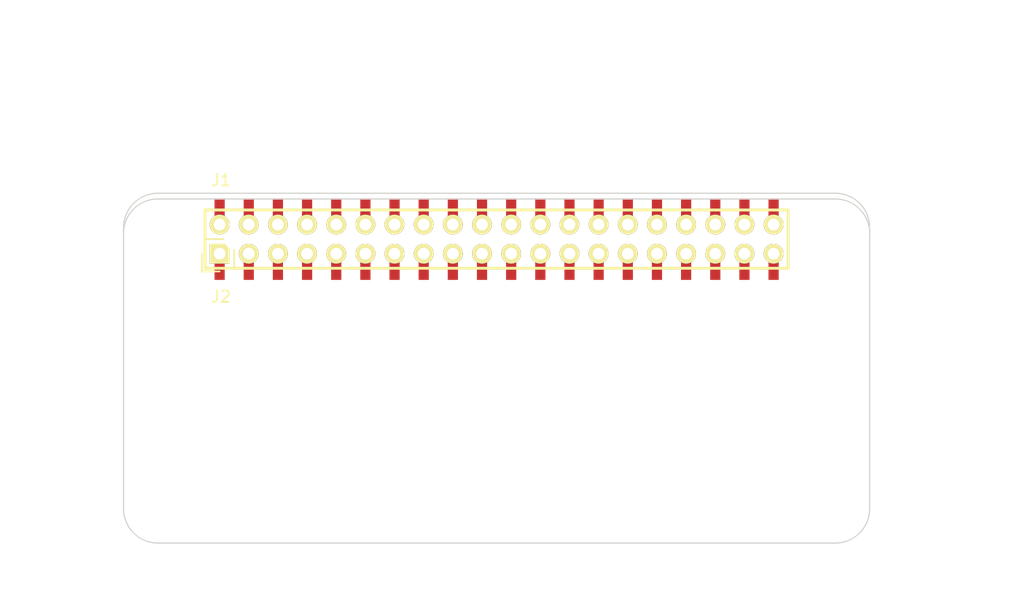
<source format=kicad_pcb>
(kicad_pcb (version 20171130) (host pcbnew "(5.0.0-3-g0214c9d)")

  (general
    (thickness 1.6)
    (drawings 20)
    (tracks 0)
    (zones 0)
    (modules 6)
    (nets 81)
  )

  (page A4)
  (layers
    (0 F.Cu signal)
    (31 B.Cu signal)
    (34 B.Paste user)
    (35 F.Paste user)
    (36 B.SilkS user)
    (37 F.SilkS user)
    (38 B.Mask user)
    (39 F.Mask user)
    (40 Dwgs.User user)
    (41 Cmts.User user)
    (44 Edge.Cuts user)
    (48 B.Fab user)
    (49 F.Fab user)
  )

  (setup
    (last_trace_width 0.25)
    (user_trace_width 0.01)
    (user_trace_width 0.02)
    (user_trace_width 0.05)
    (user_trace_width 0.1)
    (user_trace_width 0.2)
    (trace_clearance 0.2)
    (zone_clearance 0.508)
    (zone_45_only no)
    (trace_min 0.01)
    (segment_width 0.2)
    (edge_width 0.1)
    (via_size 0.6)
    (via_drill 0.4)
    (via_min_size 0.4)
    (via_min_drill 0.3)
    (uvia_size 0.3)
    (uvia_drill 0.1)
    (uvias_allowed no)
    (uvia_min_size 0.2)
    (uvia_min_drill 0.1)
    (pcb_text_width 0.3)
    (pcb_text_size 1.5 1.5)
    (mod_edge_width 0.15)
    (mod_text_size 1 1)
    (mod_text_width 0.15)
    (pad_size 2.75 2.75)
    (pad_drill 2.75)
    (pad_to_mask_clearance 0)
    (aux_axis_origin 0 0)
    (visible_elements 7FFFFFFF)
    (pcbplotparams
      (layerselection 0x01330_80000001)
      (usegerberextensions false)
      (usegerberattributes false)
      (usegerberadvancedattributes false)
      (creategerberjobfile false)
      (excludeedgelayer true)
      (linewidth 0.100000)
      (plotframeref false)
      (viasonmask false)
      (mode 1)
      (useauxorigin false)
      (hpglpennumber 1)
      (hpglpenspeed 20)
      (hpglpendiameter 15.000000)
      (psnegative false)
      (psa4output false)
      (plotreference true)
      (plotvalue true)
      (plotinvisibletext false)
      (padsonsilk false)
      (subtractmaskfromsilk false)
      (outputformat 4)
      (mirror false)
      (drillshape 2)
      (scaleselection 1)
      (outputdirectory "meta/"))
  )

  (net 0 "")
  (net 1 "Net-(J1-Pad34)")
  (net 2 "Net-(J1-Pad36)")
  (net 3 "Net-(J1-Pad40)")
  (net 4 "Net-(J1-Pad38)")
  (net 5 "Net-(J1-Pad18)")
  (net 6 "Net-(J1-Pad20)")
  (net 7 "Net-(J1-Pad24)")
  (net 8 "Net-(J1-Pad22)")
  (net 9 "Net-(J1-Pad30)")
  (net 10 "Net-(J1-Pad32)")
  (net 11 "Net-(J1-Pad28)")
  (net 12 "Net-(J1-Pad26)")
  (net 13 "Net-(J1-Pad10)")
  (net 14 "Net-(J1-Pad12)")
  (net 15 "Net-(J1-Pad16)")
  (net 16 "Net-(J1-Pad14)")
  (net 17 "Net-(J1-Pad6)")
  (net 18 "Net-(J1-Pad8)")
  (net 19 "Net-(J1-Pad4)")
  (net 20 "Net-(J1-Pad2)")
  (net 21 "Net-(J1-Pad39)")
  (net 22 "Net-(J1-Pad37)")
  (net 23 "Net-(J1-Pad33)")
  (net 24 "Net-(J1-Pad35)")
  (net 25 "Net-(J1-Pad27)")
  (net 26 "Net-(J1-Pad25)")
  (net 27 "Net-(J1-Pad29)")
  (net 28 "Net-(J1-Pad31)")
  (net 29 "Net-(J1-Pad23)")
  (net 30 "Net-(J1-Pad21)")
  (net 31 "Net-(J1-Pad17)")
  (net 32 "Net-(J1-Pad19)")
  (net 33 "Net-(J1-Pad3)")
  (net 34 "Net-(J1-Pad1)")
  (net 35 "Net-(J1-Pad5)")
  (net 36 "Net-(J1-Pad7)")
  (net 37 "Net-(J1-Pad15)")
  (net 38 "Net-(J1-Pad13)")
  (net 39 "Net-(J1-Pad9)")
  (net 40 "Net-(J1-Pad11)")
  (net 41 "Net-(J2-Pad1)")
  (net 42 "Net-(J2-Pad2)")
  (net 43 "Net-(J2-Pad3)")
  (net 44 "Net-(J2-Pad4)")
  (net 45 "Net-(J2-Pad5)")
  (net 46 "Net-(J2-Pad6)")
  (net 47 "Net-(J2-Pad7)")
  (net 48 "Net-(J2-Pad8)")
  (net 49 "Net-(J2-Pad9)")
  (net 50 "Net-(J2-Pad10)")
  (net 51 "Net-(J2-Pad11)")
  (net 52 "Net-(J2-Pad12)")
  (net 53 "Net-(J2-Pad13)")
  (net 54 "Net-(J2-Pad14)")
  (net 55 "Net-(J2-Pad15)")
  (net 56 "Net-(J2-Pad16)")
  (net 57 "Net-(J2-Pad17)")
  (net 58 "Net-(J2-Pad18)")
  (net 59 "Net-(J2-Pad19)")
  (net 60 "Net-(J2-Pad20)")
  (net 61 "Net-(J2-Pad21)")
  (net 62 "Net-(J2-Pad22)")
  (net 63 "Net-(J2-Pad23)")
  (net 64 "Net-(J2-Pad24)")
  (net 65 "Net-(J2-Pad25)")
  (net 66 "Net-(J2-Pad26)")
  (net 67 "Net-(J2-Pad27)")
  (net 68 "Net-(J2-Pad28)")
  (net 69 "Net-(J2-Pad29)")
  (net 70 "Net-(J2-Pad30)")
  (net 71 "Net-(J2-Pad31)")
  (net 72 "Net-(J2-Pad32)")
  (net 73 "Net-(J2-Pad33)")
  (net 74 "Net-(J2-Pad34)")
  (net 75 "Net-(J2-Pad35)")
  (net 76 "Net-(J2-Pad36)")
  (net 77 "Net-(J2-Pad37)")
  (net 78 "Net-(J2-Pad38)")
  (net 79 "Net-(J2-Pad39)")
  (net 80 "Net-(J2-Pad40)")

  (net_class Default "This is the default net class."
    (clearance 0.2)
    (trace_width 0.25)
    (via_dia 0.6)
    (via_drill 0.4)
    (uvia_dia 0.3)
    (uvia_drill 0.1)
    (add_net "Net-(J1-Pad1)")
    (add_net "Net-(J1-Pad10)")
    (add_net "Net-(J1-Pad11)")
    (add_net "Net-(J1-Pad12)")
    (add_net "Net-(J1-Pad13)")
    (add_net "Net-(J1-Pad14)")
    (add_net "Net-(J1-Pad15)")
    (add_net "Net-(J1-Pad16)")
    (add_net "Net-(J1-Pad17)")
    (add_net "Net-(J1-Pad18)")
    (add_net "Net-(J1-Pad19)")
    (add_net "Net-(J1-Pad2)")
    (add_net "Net-(J1-Pad20)")
    (add_net "Net-(J1-Pad21)")
    (add_net "Net-(J1-Pad22)")
    (add_net "Net-(J1-Pad23)")
    (add_net "Net-(J1-Pad24)")
    (add_net "Net-(J1-Pad25)")
    (add_net "Net-(J1-Pad26)")
    (add_net "Net-(J1-Pad27)")
    (add_net "Net-(J1-Pad28)")
    (add_net "Net-(J1-Pad29)")
    (add_net "Net-(J1-Pad3)")
    (add_net "Net-(J1-Pad30)")
    (add_net "Net-(J1-Pad31)")
    (add_net "Net-(J1-Pad32)")
    (add_net "Net-(J1-Pad33)")
    (add_net "Net-(J1-Pad34)")
    (add_net "Net-(J1-Pad35)")
    (add_net "Net-(J1-Pad36)")
    (add_net "Net-(J1-Pad37)")
    (add_net "Net-(J1-Pad38)")
    (add_net "Net-(J1-Pad39)")
    (add_net "Net-(J1-Pad4)")
    (add_net "Net-(J1-Pad40)")
    (add_net "Net-(J1-Pad5)")
    (add_net "Net-(J1-Pad6)")
    (add_net "Net-(J1-Pad7)")
    (add_net "Net-(J1-Pad8)")
    (add_net "Net-(J1-Pad9)")
    (add_net "Net-(J2-Pad1)")
    (add_net "Net-(J2-Pad10)")
    (add_net "Net-(J2-Pad11)")
    (add_net "Net-(J2-Pad12)")
    (add_net "Net-(J2-Pad13)")
    (add_net "Net-(J2-Pad14)")
    (add_net "Net-(J2-Pad15)")
    (add_net "Net-(J2-Pad16)")
    (add_net "Net-(J2-Pad17)")
    (add_net "Net-(J2-Pad18)")
    (add_net "Net-(J2-Pad19)")
    (add_net "Net-(J2-Pad2)")
    (add_net "Net-(J2-Pad20)")
    (add_net "Net-(J2-Pad21)")
    (add_net "Net-(J2-Pad22)")
    (add_net "Net-(J2-Pad23)")
    (add_net "Net-(J2-Pad24)")
    (add_net "Net-(J2-Pad25)")
    (add_net "Net-(J2-Pad26)")
    (add_net "Net-(J2-Pad27)")
    (add_net "Net-(J2-Pad28)")
    (add_net "Net-(J2-Pad29)")
    (add_net "Net-(J2-Pad3)")
    (add_net "Net-(J2-Pad30)")
    (add_net "Net-(J2-Pad31)")
    (add_net "Net-(J2-Pad32)")
    (add_net "Net-(J2-Pad33)")
    (add_net "Net-(J2-Pad34)")
    (add_net "Net-(J2-Pad35)")
    (add_net "Net-(J2-Pad36)")
    (add_net "Net-(J2-Pad37)")
    (add_net "Net-(J2-Pad38)")
    (add_net "Net-(J2-Pad39)")
    (add_net "Net-(J2-Pad4)")
    (add_net "Net-(J2-Pad40)")
    (add_net "Net-(J2-Pad5)")
    (add_net "Net-(J2-Pad6)")
    (add_net "Net-(J2-Pad7)")
    (add_net "Net-(J2-Pad8)")
    (add_net "Net-(J2-Pad9)")
  )

  (module RPi_Hat:RPi_Hat_Mounting_Hole locked (layer F.Cu) (tedit 55217CCB) (tstamp 58B743A7)
    (at 16 51)
    (descr "Mounting hole, Befestigungsbohrung, 2,7mm, No Annular, Kein Restring,")
    (tags "Mounting hole, Befestigungsbohrung, 2,7mm, No Annular, Kein Restring,")
    (fp_text reference "" (at 0 -4.0005) (layer F.SilkS) hide
      (effects (font (size 1 1) (thickness 0.15)))
    )
    (fp_text value "" (at 0.09906 3.59918) (layer F.Fab) hide
      (effects (font (size 1 1) (thickness 0.15)))
    )
    (fp_circle (center 0 0) (end 1.375 0) (layer F.Fab) (width 0.15))
    (fp_circle (center 0 0) (end 3.1 0) (layer F.Fab) (width 0.15))
    (fp_circle (center 0 0) (end 3.1 0) (layer B.Fab) (width 0.15))
    (fp_circle (center 0 0) (end 1.375 0) (layer B.Fab) (width 0.15))
    (fp_circle (center 0 0) (end 3.1 0) (layer F.CrtYd) (width 0.15))
    (fp_circle (center 0 0) (end 3.1 0) (layer B.CrtYd) (width 0.15))
    (pad "" np_thru_hole circle (at 0 0) (size 2.75 2.75) (drill 2.75) (layers *.Cu *.Mask)
      (solder_mask_margin 1.725) (clearance 1.725))
  )

  (module RPi_Hat:Pin_Header_Straight_2x20 (layer F.Cu) (tedit 5B55D3FA) (tstamp 5B55D6D3)
    (at 45 28 90)
    (descr "Through hole pin header")
    (tags "pin header")
    (path /5515D395/5516AE26)
    (fp_text reference J2 (at -5.02 -24) (layer F.SilkS)
      (effects (font (size 1 1) (thickness 0.15)))
    )
    (fp_text value RPi_GPIO (at -5.08 0 180) (layer F.Fab) hide
      (effects (font (size 1 1) (thickness 0.15)))
    )
    (fp_line (start -3.02 -25.88) (end -3.02 25.92) (layer F.CrtYd) (width 0.05))
    (fp_line (start 3.03 -25.88) (end 3.03 25.92) (layer F.CrtYd) (width 0.05))
    (fp_line (start -3.02 -25.88) (end 3.03 -25.88) (layer F.CrtYd) (width 0.05))
    (fp_line (start -3.02 25.92) (end 3.03 25.92) (layer F.CrtYd) (width 0.05))
    (fp_line (start 2.54 25.4) (end 2.54 -25.4) (layer F.SilkS) (width 0.15))
    (fp_line (start -2.54 -22.86) (end -2.54 25.4) (layer F.SilkS) (width 0.15))
    (fp_line (start 2.54 25.4) (end -2.54 25.4) (layer F.SilkS) (width 0.15))
    (fp_line (start 2.54 -25.4) (end 0 -25.4) (layer F.SilkS) (width 0.15))
    (fp_line (start -1.27 -25.68) (end -2.82 -25.68) (layer F.SilkS) (width 0.15))
    (fp_line (start 0 -25.4) (end 0 -22.86) (layer F.SilkS) (width 0.15))
    (fp_line (start 0 -22.86) (end -2.54 -22.86) (layer F.SilkS) (width 0.15))
    (fp_line (start -2.82 -25.68) (end -2.82 -24.13) (layer F.SilkS) (width 0.15))
    (pad 1 thru_hole rect (at -1.27 -24.13 90) (size 1.7272 1.7272) (drill 1.016) (layers *.Cu *.Mask F.SilkS)
      (net 41 "Net-(J2-Pad1)"))
    (pad 2 thru_hole oval (at 1.27 -24.13 90) (size 1.7272 1.7272) (drill 1.016) (layers *.Cu *.Mask F.SilkS)
      (net 42 "Net-(J2-Pad2)"))
    (pad 3 thru_hole oval (at -1.27 -21.59 90) (size 1.7272 1.7272) (drill 1.016) (layers *.Cu *.Mask F.SilkS)
      (net 43 "Net-(J2-Pad3)"))
    (pad 4 thru_hole oval (at 1.27 -21.59 90) (size 1.7272 1.7272) (drill 1.016) (layers *.Cu *.Mask F.SilkS)
      (net 44 "Net-(J2-Pad4)"))
    (pad 5 thru_hole oval (at -1.27 -19.05 90) (size 1.7272 1.7272) (drill 1.016) (layers *.Cu *.Mask F.SilkS)
      (net 45 "Net-(J2-Pad5)"))
    (pad 6 thru_hole oval (at 1.27 -19.05 90) (size 1.7272 1.7272) (drill 1.016) (layers *.Cu *.Mask F.SilkS)
      (net 46 "Net-(J2-Pad6)"))
    (pad 7 thru_hole oval (at -1.27 -16.51 90) (size 1.7272 1.7272) (drill 1.016) (layers *.Cu *.Mask F.SilkS)
      (net 47 "Net-(J2-Pad7)"))
    (pad 8 thru_hole oval (at 1.27 -16.51 90) (size 1.7272 1.7272) (drill 1.016) (layers *.Cu *.Mask F.SilkS)
      (net 48 "Net-(J2-Pad8)"))
    (pad 9 thru_hole oval (at -1.27 -13.97 90) (size 1.7272 1.7272) (drill 1.016) (layers *.Cu *.Mask F.SilkS)
      (net 49 "Net-(J2-Pad9)"))
    (pad 10 thru_hole oval (at 1.27 -13.97 90) (size 1.7272 1.7272) (drill 1.016) (layers *.Cu *.Mask F.SilkS)
      (net 50 "Net-(J2-Pad10)"))
    (pad 11 thru_hole oval (at -1.27 -11.43 90) (size 1.7272 1.7272) (drill 1.016) (layers *.Cu *.Mask F.SilkS)
      (net 51 "Net-(J2-Pad11)"))
    (pad 12 thru_hole oval (at 1.27 -11.43 90) (size 1.7272 1.7272) (drill 1.016) (layers *.Cu *.Mask F.SilkS)
      (net 52 "Net-(J2-Pad12)"))
    (pad 13 thru_hole oval (at -1.27 -8.89 90) (size 1.7272 1.7272) (drill 1.016) (layers *.Cu *.Mask F.SilkS)
      (net 53 "Net-(J2-Pad13)"))
    (pad 14 thru_hole oval (at 1.27 -8.89 90) (size 1.7272 1.7272) (drill 1.016) (layers *.Cu *.Mask F.SilkS)
      (net 54 "Net-(J2-Pad14)"))
    (pad 15 thru_hole oval (at -1.27 -6.35 90) (size 1.7272 1.7272) (drill 1.016) (layers *.Cu *.Mask F.SilkS)
      (net 55 "Net-(J2-Pad15)"))
    (pad 16 thru_hole oval (at 1.27 -6.35 90) (size 1.7272 1.7272) (drill 1.016) (layers *.Cu *.Mask F.SilkS)
      (net 56 "Net-(J2-Pad16)"))
    (pad 17 thru_hole oval (at -1.27 -3.81 90) (size 1.7272 1.7272) (drill 1.016) (layers *.Cu *.Mask F.SilkS)
      (net 57 "Net-(J2-Pad17)"))
    (pad 18 thru_hole oval (at 1.27 -3.81 90) (size 1.7272 1.7272) (drill 1.016) (layers *.Cu *.Mask F.SilkS)
      (net 58 "Net-(J2-Pad18)"))
    (pad 19 thru_hole oval (at -1.27 -1.27 90) (size 1.7272 1.7272) (drill 1.016) (layers *.Cu *.Mask F.SilkS)
      (net 59 "Net-(J2-Pad19)"))
    (pad 20 thru_hole oval (at 1.27 -1.27 90) (size 1.7272 1.7272) (drill 1.016) (layers *.Cu *.Mask F.SilkS)
      (net 60 "Net-(J2-Pad20)"))
    (pad 21 thru_hole oval (at -1.27 1.27 90) (size 1.7272 1.7272) (drill 1.016) (layers *.Cu *.Mask F.SilkS)
      (net 61 "Net-(J2-Pad21)"))
    (pad 22 thru_hole oval (at 1.27 1.27 90) (size 1.7272 1.7272) (drill 1.016) (layers *.Cu *.Mask F.SilkS)
      (net 62 "Net-(J2-Pad22)"))
    (pad 23 thru_hole oval (at -1.27 3.81 90) (size 1.7272 1.7272) (drill 1.016) (layers *.Cu *.Mask F.SilkS)
      (net 63 "Net-(J2-Pad23)"))
    (pad 24 thru_hole oval (at 1.27 3.81 90) (size 1.7272 1.7272) (drill 1.016) (layers *.Cu *.Mask F.SilkS)
      (net 64 "Net-(J2-Pad24)"))
    (pad 25 thru_hole oval (at -1.27 6.35 90) (size 1.7272 1.7272) (drill 1.016) (layers *.Cu *.Mask F.SilkS)
      (net 65 "Net-(J2-Pad25)"))
    (pad 26 thru_hole oval (at 1.27 6.35 90) (size 1.7272 1.7272) (drill 1.016) (layers *.Cu *.Mask F.SilkS)
      (net 66 "Net-(J2-Pad26)"))
    (pad 27 thru_hole oval (at -1.27 8.89 90) (size 1.7272 1.7272) (drill 1.016) (layers *.Cu *.Mask F.SilkS)
      (net 67 "Net-(J2-Pad27)"))
    (pad 28 thru_hole oval (at 1.27 8.89 90) (size 1.7272 1.7272) (drill 1.016) (layers *.Cu *.Mask F.SilkS)
      (net 68 "Net-(J2-Pad28)"))
    (pad 29 thru_hole oval (at -1.27 11.43 90) (size 1.7272 1.7272) (drill 1.016) (layers *.Cu *.Mask F.SilkS)
      (net 69 "Net-(J2-Pad29)"))
    (pad 30 thru_hole oval (at 1.27 11.43 90) (size 1.7272 1.7272) (drill 1.016) (layers *.Cu *.Mask F.SilkS)
      (net 70 "Net-(J2-Pad30)"))
    (pad 31 thru_hole oval (at -1.27 13.97 90) (size 1.7272 1.7272) (drill 1.016) (layers *.Cu *.Mask F.SilkS)
      (net 71 "Net-(J2-Pad31)"))
    (pad 32 thru_hole oval (at 1.27 13.97 90) (size 1.7272 1.7272) (drill 1.016) (layers *.Cu *.Mask F.SilkS)
      (net 72 "Net-(J2-Pad32)"))
    (pad 33 thru_hole oval (at -1.27 16.51 90) (size 1.7272 1.7272) (drill 1.016) (layers *.Cu *.Mask F.SilkS)
      (net 73 "Net-(J2-Pad33)"))
    (pad 34 thru_hole oval (at 1.27 16.51 90) (size 1.7272 1.7272) (drill 1.016) (layers *.Cu *.Mask F.SilkS)
      (net 74 "Net-(J2-Pad34)"))
    (pad 35 thru_hole oval (at -1.27 19.05 90) (size 1.7272 1.7272) (drill 1.016) (layers *.Cu *.Mask F.SilkS)
      (net 75 "Net-(J2-Pad35)"))
    (pad 36 thru_hole oval (at 1.27 19.05 90) (size 1.7272 1.7272) (drill 1.016) (layers *.Cu *.Mask F.SilkS)
      (net 76 "Net-(J2-Pad36)"))
    (pad 37 thru_hole oval (at -1.27 21.59 90) (size 1.7272 1.7272) (drill 1.016) (layers *.Cu *.Mask F.SilkS)
      (net 77 "Net-(J2-Pad37)"))
    (pad 38 thru_hole oval (at 1.27 21.59 90) (size 1.7272 1.7272) (drill 1.016) (layers *.Cu *.Mask F.SilkS)
      (net 78 "Net-(J2-Pad38)"))
    (pad 39 thru_hole oval (at -1.27 24.13 90) (size 1.7272 1.7272) (drill 1.016) (layers *.Cu *.Mask F.SilkS)
      (net 79 "Net-(J2-Pad39)"))
    (pad 40 thru_hole oval (at 1.27 24.13 90) (size 1.7272 1.7272) (drill 1.016) (layers *.Cu *.Mask F.SilkS)
      (net 80 "Net-(J2-Pad40)"))
    (model ${KISYS3DMOD}/Connector_PinHeader_2.54mm.3dshapes/PinHeader_2x20_P2.54mm_Vertical.wrl
      (offset (xyz -1.269999980926514 24.12999963760376 0))
      (scale (xyz 1 1 1))
      (rotate (xyz 0 0 0))
    )
  )

  (module RPi_Hat:Samtec_HLE-120-02-XXX-DV-BE-XX-XX locked (layer F.Cu) (tedit 58B8773E) (tstamp 55174A29)
    (at 45 28 90)
    (path /5515D395/5515D39E)
    (fp_text reference J1 (at 5.14 -24 180) (layer F.SilkS)
      (effects (font (size 1 1) (thickness 0.15)))
    )
    (fp_text value RPi_GPIO (at 5.08 0 180) (layer F.Fab)
      (effects (font (size 1 1) (thickness 0.15)))
    )
    (fp_line (start 2.54 25.4) (end -2.54 25.4) (layer F.SilkS) (width 0.254))
    (fp_line (start -2.54 25.4) (end -2.54 -25.4) (layer F.SilkS) (width 0.254))
    (fp_line (start -2.54 -25.4) (end 2.54 -25.4) (layer F.SilkS) (width 0.254))
    (fp_line (start 2.54 -25.4) (end 2.54 25.4) (layer F.SilkS) (width 0.254))
    (pad 34 smd rect (at 2.7178 16.51 180) (size 0.889 1.6764) (layers F.Cu F.Paste F.Mask)
      (net 1 "Net-(J1-Pad34)"))
    (pad 36 smd rect (at 2.7178 19.05 180) (size 0.889 1.6764) (layers F.Cu F.Paste F.Mask)
      (net 2 "Net-(J1-Pad36)"))
    (pad 40 smd rect (at 2.7178 24.13 180) (size 0.889 1.6764) (layers F.Cu F.Paste F.Mask)
      (net 3 "Net-(J1-Pad40)"))
    (pad 38 smd rect (at 2.7178 21.59 180) (size 0.889 1.6764) (layers F.Cu F.Paste F.Mask)
      (net 4 "Net-(J1-Pad38)"))
    (pad 18 smd rect (at 2.7178 -3.81 180) (size 0.889 1.6764) (layers F.Cu F.Paste F.Mask)
      (net 5 "Net-(J1-Pad18)"))
    (pad 20 smd rect (at 2.7178 -1.27 180) (size 0.889 1.6764) (layers F.Cu F.Paste F.Mask)
      (net 6 "Net-(J1-Pad20)"))
    (pad 24 smd rect (at 2.7178 3.81 180) (size 0.889 1.6764) (layers F.Cu F.Paste F.Mask)
      (net 7 "Net-(J1-Pad24)"))
    (pad 22 smd rect (at 2.7178 1.27 180) (size 0.889 1.6764) (layers F.Cu F.Paste F.Mask)
      (net 8 "Net-(J1-Pad22)"))
    (pad 30 smd rect (at 2.7178 11.43 180) (size 0.889 1.6764) (layers F.Cu F.Paste F.Mask)
      (net 9 "Net-(J1-Pad30)"))
    (pad 32 smd rect (at 2.7178 13.97 180) (size 0.889 1.6764) (layers F.Cu F.Paste F.Mask)
      (net 10 "Net-(J1-Pad32)"))
    (pad 28 smd rect (at 2.7178 8.89 180) (size 0.889 1.6764) (layers F.Cu F.Paste F.Mask)
      (net 11 "Net-(J1-Pad28)"))
    (pad 26 smd rect (at 2.7178 6.35 180) (size 0.889 1.6764) (layers F.Cu F.Paste F.Mask)
      (net 12 "Net-(J1-Pad26)"))
    (pad 10 smd rect (at 2.7178 -13.97 180) (size 0.889 1.6764) (layers F.Cu F.Paste F.Mask)
      (net 13 "Net-(J1-Pad10)"))
    (pad 12 smd rect (at 2.7178 -11.43 180) (size 0.889 1.6764) (layers F.Cu F.Paste F.Mask)
      (net 14 "Net-(J1-Pad12)"))
    (pad 16 smd rect (at 2.7178 -6.35 180) (size 0.889 1.6764) (layers F.Cu F.Paste F.Mask)
      (net 15 "Net-(J1-Pad16)"))
    (pad 14 smd rect (at 2.7178 -8.89 180) (size 0.889 1.6764) (layers F.Cu F.Paste F.Mask)
      (net 16 "Net-(J1-Pad14)"))
    (pad 6 smd rect (at 2.7178 -19.05 180) (size 0.889 1.6764) (layers F.Cu F.Paste F.Mask)
      (net 17 "Net-(J1-Pad6)"))
    (pad 8 smd rect (at 2.7178 -16.51 180) (size 0.889 1.6764) (layers F.Cu F.Paste F.Mask)
      (net 18 "Net-(J1-Pad8)"))
    (pad 4 smd rect (at 2.7178 -21.59 180) (size 0.889 1.6764) (layers F.Cu F.Paste F.Mask)
      (net 19 "Net-(J1-Pad4)"))
    (pad 2 smd rect (at 2.7178 -24.13 180) (size 0.889 1.6764) (layers F.Cu F.Paste F.Mask)
      (net 20 "Net-(J1-Pad2)"))
    (pad 39 smd rect (at -2.7178 24.13 180) (size 0.889 1.6764) (layers F.Cu F.Paste F.Mask)
      (net 21 "Net-(J1-Pad39)"))
    (pad 37 smd rect (at -2.7178 21.59 180) (size 0.889 1.6764) (layers F.Cu F.Paste F.Mask)
      (net 22 "Net-(J1-Pad37)"))
    (pad 33 smd rect (at -2.7178 16.51 180) (size 0.889 1.6764) (layers F.Cu F.Paste F.Mask)
      (net 23 "Net-(J1-Pad33)"))
    (pad 35 smd rect (at -2.7178 19.05 180) (size 0.889 1.6764) (layers F.Cu F.Paste F.Mask)
      (net 24 "Net-(J1-Pad35)"))
    (pad 27 smd rect (at -2.7178 8.89 180) (size 0.889 1.6764) (layers F.Cu F.Paste F.Mask)
      (net 25 "Net-(J1-Pad27)"))
    (pad 25 smd rect (at -2.7178 6.35 180) (size 0.889 1.6764) (layers F.Cu F.Paste F.Mask)
      (net 26 "Net-(J1-Pad25)"))
    (pad 29 smd rect (at -2.7178 11.43 180) (size 0.889 1.6764) (layers F.Cu F.Paste F.Mask)
      (net 27 "Net-(J1-Pad29)"))
    (pad 31 smd rect (at -2.7178 13.97 180) (size 0.889 1.6764) (layers F.Cu F.Paste F.Mask)
      (net 28 "Net-(J1-Pad31)"))
    (pad 23 smd rect (at -2.7178 3.81 180) (size 0.889 1.6764) (layers F.Cu F.Paste F.Mask)
      (net 29 "Net-(J1-Pad23)"))
    (pad 21 smd rect (at -2.7178 1.27 180) (size 0.889 1.6764) (layers F.Cu F.Paste F.Mask)
      (net 30 "Net-(J1-Pad21)"))
    (pad 17 smd rect (at -2.7178 -3.81 180) (size 0.889 1.6764) (layers F.Cu F.Paste F.Mask)
      (net 31 "Net-(J1-Pad17)"))
    (pad 19 smd rect (at -2.7178 -1.27 180) (size 0.889 1.6764) (layers F.Cu F.Paste F.Mask)
      (net 32 "Net-(J1-Pad19)"))
    (pad 3 smd rect (at -2.7178 -21.59 180) (size 0.889 1.6764) (layers F.Cu F.Paste F.Mask)
      (net 33 "Net-(J1-Pad3)"))
    (pad 1 smd rect (at -2.7178 -24.13 180) (size 0.889 1.6764) (layers F.Cu F.Paste F.Mask)
      (net 34 "Net-(J1-Pad1)"))
    (pad 5 smd rect (at -2.7178 -19.05 180) (size 0.889 1.6764) (layers F.Cu F.Paste F.Mask)
      (net 35 "Net-(J1-Pad5)"))
    (pad 7 smd rect (at -2.7178 -16.51 180) (size 0.889 1.6764) (layers F.Cu F.Paste F.Mask)
      (net 36 "Net-(J1-Pad7)"))
    (pad 15 smd rect (at -2.7178 -6.35 180) (size 0.889 1.6764) (layers F.Cu F.Paste F.Mask)
      (net 37 "Net-(J1-Pad15)"))
    (pad 13 smd rect (at -2.7178 -8.89 180) (size 0.889 1.6764) (layers F.Cu F.Paste F.Mask)
      (net 38 "Net-(J1-Pad13)"))
    (pad "" np_thru_hole circle (at -1.27 3.81) (size 0.9652 0.9652) (drill 0.9652) (layers *.Cu *.Mask F.SilkS))
    (pad "" np_thru_hole circle (at -1.27 1.27) (size 0.9652 0.9652) (drill 0.9652) (layers *.Cu *.Mask F.SilkS))
    (pad "" np_thru_hole circle (at -1.27 6.35) (size 0.9652 0.9652) (drill 0.9652) (layers *.Cu *.Mask F.SilkS))
    (pad "" np_thru_hole circle (at -1.27 8.89) (size 0.9652 0.9652) (drill 0.9652) (layers *.Cu *.Mask F.SilkS))
    (pad "" np_thru_hole circle (at -1.27 19.05) (size 0.9652 0.9652) (drill 0.9652) (layers *.Cu *.Mask F.SilkS))
    (pad "" np_thru_hole circle (at -1.27 16.51) (size 0.9652 0.9652) (drill 0.9652) (layers *.Cu *.Mask F.SilkS))
    (pad "" np_thru_hole circle (at -1.27 11.43) (size 0.9652 0.9652) (drill 0.9652) (layers *.Cu *.Mask F.SilkS))
    (pad "" np_thru_hole circle (at -1.27 13.97) (size 0.9652 0.9652) (drill 0.9652) (layers *.Cu *.Mask F.SilkS))
    (pad "" np_thru_hole circle (at -1.27 21.59) (size 0.9652 0.9652) (drill 0.9652) (layers *.Cu *.Mask F.SilkS))
    (pad "" np_thru_hole circle (at -1.27 24.13) (size 0.9652 0.9652) (drill 0.9652) (layers *.Cu *.Mask F.SilkS))
    (pad "" np_thru_hole circle (at -1.27 -1.27) (size 0.9652 0.9652) (drill 0.9652) (layers *.Cu *.Mask F.SilkS))
    (pad "" np_thru_hole circle (at -1.27 -3.81) (size 0.9652 0.9652) (drill 0.9652) (layers *.Cu *.Mask F.SilkS))
    (pad "" np_thru_hole circle (at -1.27 -11.43) (size 0.9652 0.9652) (drill 0.9652) (layers *.Cu *.Mask F.SilkS))
    (pad "" np_thru_hole circle (at -1.27 -13.97) (size 0.9652 0.9652) (drill 0.9652) (layers *.Cu *.Mask F.SilkS))
    (pad "" np_thru_hole circle (at -1.27 -8.89) (size 0.9652 0.9652) (drill 0.9652) (layers *.Cu *.Mask F.SilkS))
    (pad "" np_thru_hole circle (at -1.27 -6.35) (size 0.9652 0.9652) (drill 0.9652) (layers *.Cu *.Mask F.SilkS))
    (pad "" np_thru_hole circle (at -1.27 -16.51) (size 0.9652 0.9652) (drill 0.9652) (layers *.Cu *.Mask F.SilkS))
    (pad "" np_thru_hole circle (at -1.27 -19.05) (size 0.9652 0.9652) (drill 0.9652) (layers *.Cu *.Mask F.SilkS))
    (pad "" np_thru_hole circle (at -1.27 -24.13) (size 0.9652 0.9652) (drill 0.9652) (layers *.Cu *.Mask F.SilkS))
    (pad "" np_thru_hole circle (at -1.27 -21.59) (size 0.9652 0.9652) (drill 0.9652) (layers *.Cu *.Mask F.SilkS))
    (pad "" np_thru_hole circle (at 1.27 -21.59) (size 0.9652 0.9652) (drill 0.9652) (layers *.Cu *.Mask F.SilkS))
    (pad "" np_thru_hole circle (at 1.27 -24.13) (size 0.9652 0.9652) (drill 0.9652) (layers *.Cu *.Mask F.SilkS))
    (pad "" np_thru_hole circle (at 1.27 -19.05) (size 0.9652 0.9652) (drill 0.9652) (layers *.Cu *.Mask F.SilkS))
    (pad "" np_thru_hole circle (at 1.27 -16.51) (size 0.9652 0.9652) (drill 0.9652) (layers *.Cu *.Mask F.SilkS))
    (pad "" np_thru_hole circle (at 1.27 -6.35) (size 0.9652 0.9652) (drill 0.9652) (layers *.Cu *.Mask F.SilkS))
    (pad "" np_thru_hole circle (at 1.27 -8.89) (size 0.9652 0.9652) (drill 0.9652) (layers *.Cu *.Mask F.SilkS))
    (pad "" np_thru_hole circle (at 1.27 -13.97) (size 0.9652 0.9652) (drill 0.9652) (layers *.Cu *.Mask F.SilkS))
    (pad "" np_thru_hole circle (at 1.27 -11.43) (size 0.9652 0.9652) (drill 0.9652) (layers *.Cu *.Mask F.SilkS))
    (pad "" np_thru_hole circle (at 1.27 -3.81) (size 0.9652 0.9652) (drill 0.9652) (layers *.Cu *.Mask F.SilkS))
    (pad "" np_thru_hole circle (at 1.27 -1.27) (size 0.9652 0.9652) (drill 0.9652) (layers *.Cu *.Mask F.SilkS))
    (pad "" np_thru_hole circle (at 1.27 24.13) (size 0.9652 0.9652) (drill 0.9652) (layers *.Cu *.Mask F.SilkS))
    (pad "" np_thru_hole circle (at 1.27 21.59) (size 0.9652 0.9652) (drill 0.9652) (layers *.Cu *.Mask F.SilkS))
    (pad "" np_thru_hole circle (at 1.27 13.97) (size 0.9652 0.9652) (drill 0.9652) (layers *.Cu *.Mask F.SilkS))
    (pad "" np_thru_hole circle (at 1.27 11.43) (size 0.9652 0.9652) (drill 0.9652) (layers *.Cu *.Mask F.SilkS))
    (pad "" np_thru_hole circle (at 1.27 16.51) (size 0.9652 0.9652) (drill 0.9652) (layers *.Cu *.Mask F.SilkS))
    (pad "" np_thru_hole circle (at 1.27 19.05) (size 0.9652 0.9652) (drill 0.9652) (layers *.Cu *.Mask F.SilkS))
    (pad "" np_thru_hole circle (at 1.27 8.89) (size 0.9652 0.9652) (drill 0.9652) (layers *.Cu *.Mask F.SilkS))
    (pad "" np_thru_hole circle (at 1.27 6.35) (size 0.9652 0.9652) (drill 0.9652) (layers *.Cu *.Mask F.SilkS))
    (pad "" np_thru_hole circle (at 1.27 1.27) (size 0.9652 0.9652) (drill 0.9652) (layers *.Cu *.Mask F.SilkS))
    (pad "" np_thru_hole circle (at 1.27 3.81) (size 0.9652 0.9652) (drill 0.9652) (layers *.Cu *.Mask F.SilkS))
    (pad 9 smd rect (at -2.7178 -13.97 180) (size 0.889 1.6764) (layers F.Cu F.Paste F.Mask)
      (net 39 "Net-(J1-Pad9)"))
    (pad 11 smd rect (at -2.7178 -11.43 180) (size 0.889 1.6764) (layers F.Cu F.Paste F.Mask)
      (net 40 "Net-(J1-Pad11)"))
    (pad "" np_thru_hole circle (at 0 -22.86) (size 1.778 1.778) (drill 1.778) (layers *.Cu *.Mask F.SilkS))
    (pad "" np_thru_hole circle (at 0 22.86) (size 1.778 1.778) (drill 1.778) (layers *.Cu *.Mask F.SilkS))
    (model ${KIPRJMOD}/packages3d/HLE-120-02-G-DV-BE.stp
      (at (xyz 0 0 0))
      (scale (xyz 1 1 1))
      (rotate (xyz -90 0 -90))
    )
  )

  (module RPi_Hat:RPi_Hat_Mounting_Hole locked (layer F.Cu) (tedit 55217C7B) (tstamp 5515DEA9)
    (at 74 28)
    (descr "Mounting hole, Befestigungsbohrung, 2,7mm, No Annular, Kein Restring,")
    (tags "Mounting hole, Befestigungsbohrung, 2,7mm, No Annular, Kein Restring,")
    (fp_text reference "" (at 0 -4.0005) (layer F.SilkS) hide
      (effects (font (size 1 1) (thickness 0.15)))
    )
    (fp_text value "" (at 0.09906 3.59918) (layer F.Fab) hide
      (effects (font (size 1 1) (thickness 0.15)))
    )
    (fp_circle (center 0 0) (end 1.375 0) (layer F.Fab) (width 0.15))
    (fp_circle (center 0 0) (end 3.1 0) (layer F.Fab) (width 0.15))
    (fp_circle (center 0 0) (end 3.1 0) (layer B.Fab) (width 0.15))
    (fp_circle (center 0 0) (end 1.375 0) (layer B.Fab) (width 0.15))
    (fp_circle (center 0 0) (end 3.1 0) (layer F.CrtYd) (width 0.15))
    (fp_circle (center 0 0) (end 3.1 0) (layer B.CrtYd) (width 0.15))
    (pad "" np_thru_hole circle (at 0 0) (size 2.75 2.75) (drill 2.75) (layers *.Cu *.Mask)
      (solder_mask_margin 1.725) (clearance 1.725))
  )

  (module RPi_Hat:RPi_Hat_Mounting_Hole locked (layer F.Cu) (tedit 55217CCB) (tstamp 55169DC9)
    (at 74 51)
    (descr "Mounting hole, Befestigungsbohrung, 2,7mm, No Annular, Kein Restring,")
    (tags "Mounting hole, Befestigungsbohrung, 2,7mm, No Annular, Kein Restring,")
    (fp_text reference "" (at 0 -4.0005) (layer F.SilkS) hide
      (effects (font (size 1 1) (thickness 0.15)))
    )
    (fp_text value "" (at 0.09906 3.59918) (layer F.Fab) hide
      (effects (font (size 1 1) (thickness 0.15)))
    )
    (fp_circle (center 0 0) (end 1.375 0) (layer F.Fab) (width 0.15))
    (fp_circle (center 0 0) (end 3.1 0) (layer F.Fab) (width 0.15))
    (fp_circle (center 0 0) (end 3.1 0) (layer B.Fab) (width 0.15))
    (fp_circle (center 0 0) (end 1.375 0) (layer B.Fab) (width 0.15))
    (fp_circle (center 0 0) (end 3.1 0) (layer F.CrtYd) (width 0.15))
    (fp_circle (center 0 0) (end 3.1 0) (layer B.CrtYd) (width 0.15))
    (pad "" np_thru_hole circle (at 0 0) (size 2.75 2.75) (drill 2.75) (layers *.Cu *.Mask)
      (solder_mask_margin 1.725) (clearance 1.725))
  )

  (module RPi_Hat:RPi_Hat_Mounting_Hole locked (layer F.Cu) (tedit 55217CA2) (tstamp 5515DEBF)
    (at 16 28)
    (descr "Mounting hole, Befestigungsbohrung, 2,7mm, No Annular, Kein Restring,")
    (tags "Mounting hole, Befestigungsbohrung, 2,7mm, No Annular, Kein Restring,")
    (fp_text reference "" (at 0 -4.0005) (layer F.SilkS) hide
      (effects (font (size 1 1) (thickness 0.15)))
    )
    (fp_text value "" (at 0.09906 3.59918) (layer F.Fab) hide
      (effects (font (size 1 1) (thickness 0.15)))
    )
    (fp_circle (center 0 0) (end 1.375 0) (layer F.Fab) (width 0.15))
    (fp_circle (center 0 0) (end 3.1 0) (layer F.Fab) (width 0.15))
    (fp_circle (center 0 0) (end 3.1 0) (layer B.Fab) (width 0.15))
    (fp_circle (center 0 0) (end 1.375 0) (layer B.Fab) (width 0.15))
    (fp_circle (center 0 0) (end 3.1 0) (layer F.CrtYd) (width 0.15))
    (fp_circle (center 0 0) (end 3.1 0) (layer B.CrtYd) (width 0.15))
    (pad "" np_thru_hole circle (at 0 0) (size 2.75 2.75) (drill 2.75) (layers *.Cu *.Mask)
      (solder_mask_margin 1.725) (clearance 1.725))
  )

  (gr_arc (start 15.5 27.5) (end 12.5 27.5) (angle 90) (layer Edge.Cuts) (width 0.1) (tstamp 5B55F169))
  (gr_line (start 15.5 24.5) (end 74.5 24.5) (angle 90) (layer Edge.Cuts) (width 0.1) (tstamp 5B55F01C))
  (gr_arc (start 74.5 27.5) (end 74.5 24.5) (angle 90) (layer Edge.Cuts) (width 0.1) (tstamp 5B55EED3))
  (dimension 30.5 (width 0.15) (layer Dwgs.User)
    (gr_text "30.5 mm (SMT socket)" (at 88.05 39.25 270) (layer Dwgs.User)
      (effects (font (size 1.5 1.5) (thickness 0.15)))
    )
    (feature1 (pts (xy 78.5 54.5) (xy 89.1 54.5)))
    (feature2 (pts (xy 78.5 24) (xy 89.1 24)))
    (crossbar (pts (xy 87 24) (xy 87 54.5)))
    (arrow1a (pts (xy 87 54.5) (xy 86.413579 53.373496)))
    (arrow1b (pts (xy 87 54.5) (xy 87.586421 53.373496)))
    (arrow2a (pts (xy 87 24) (xy 86.413579 25.126504)))
    (arrow2b (pts (xy 87 24) (xy 87.586421 25.126504)))
  )
  (dimension 30 (width 0.15) (layer Dwgs.User)
    (gr_text "30 mm (Thru-hole)" (at 83.05 39.5 270) (layer Dwgs.User)
      (effects (font (size 1.5 1.5) (thickness 0.15)))
    )
    (feature1 (pts (xy 78.5 54.5) (xy 84.1 54.5)))
    (feature2 (pts (xy 78.5 24.5) (xy 84.1 24.5)))
    (crossbar (pts (xy 82 24.5) (xy 82 54.5)))
    (arrow1a (pts (xy 82 54.5) (xy 81.413579 53.373496)))
    (arrow1b (pts (xy 82 54.5) (xy 82.586421 53.373496)))
    (arrow2a (pts (xy 82 24.5) (xy 81.413579 25.626504)))
    (arrow2b (pts (xy 82 24.5) (xy 82.586421 25.626504)))
  )
  (dimension 23 (width 0.15) (layer Dwgs.User)
    (gr_text "23.000 mm" (at 7.95 39.5 90) (layer Dwgs.User)
      (effects (font (size 1.5 1.5) (thickness 0.15)))
    )
    (feature1 (pts (xy 11.5 28) (xy 6.9 28)))
    (feature2 (pts (xy 11.5 51) (xy 6.9 51)))
    (crossbar (pts (xy 9 51) (xy 9 28)))
    (arrow1a (pts (xy 9 28) (xy 9.586421 29.126504)))
    (arrow1b (pts (xy 9 28) (xy 8.413579 29.126504)))
    (arrow2a (pts (xy 9 51) (xy 9.586421 49.873496)))
    (arrow2b (pts (xy 9 51) (xy 8.413579 49.873496)))
  )
  (gr_text "Select one of these board edges depending \nupon the type of socket that is used." (at 20.5 9.5) (layer Cmts.User)
    (effects (font (size 1.5 1.5) (thickness 0.15)) (justify left))
  )
  (dimension 3.5 (width 0.15) (layer Dwgs.User)
    (gr_text "3.5 mm" (at 21 58.5) (layer Dwgs.User)
      (effects (font (size 1.5 1.5) (thickness 0.15)))
    )
    (feature1 (pts (xy 16.068883 55.2811) (xy 16.068883 60.3811)))
    (feature2 (pts (xy 12.568883 55.2811) (xy 12.568883 60.3811)))
    (crossbar (pts (xy 12.568883 58.2811) (xy 16.068883 58.2811)))
    (arrow1a (pts (xy 16.068883 58.2811) (xy 14.942379 58.867521)))
    (arrow1b (pts (xy 16.068883 58.2811) (xy 14.942379 57.694679)))
    (arrow2a (pts (xy 12.568883 58.2811) (xy 13.695387 58.867521)))
    (arrow2b (pts (xy 12.568883 58.2811) (xy 13.695387 57.694679)))
  )
  (dimension 3.5 (width 0.15) (layer Dwgs.User) (tstamp 55169E80)
    (gr_text "3.5 mm" (at 22.5 46 270) (layer Dwgs.User) (tstamp 55169E80)
      (effects (font (size 1.5 1.5) (thickness 0.15)))
    )
    (feature1 (pts (xy 20 54.5) (xy 24.6 54.5)))
    (feature2 (pts (xy 20 51) (xy 24.6 51)))
    (crossbar (pts (xy 22.5 51) (xy 22.5 54.5)))
    (arrow1a (pts (xy 22.5 54.5) (xy 21.913579 53.373496)))
    (arrow1b (pts (xy 22.5 54.5) (xy 23.086421 53.373496)))
    (arrow2a (pts (xy 22.5 51) (xy 21.913579 52.126504)))
    (arrow2b (pts (xy 22.5 51) (xy 23.086421 52.126504)))
  )
  (dimension 29 (width 0.15) (layer Dwgs.User)
    (gr_text "29 mm" (at 30.5 35.849999) (layer Dwgs.User)
      (effects (font (size 1.5 1.5) (thickness 0.15)))
    )
    (feature1 (pts (xy 45 32) (xy 45 37.199999)))
    (feature2 (pts (xy 16 32) (xy 16 37.199999)))
    (crossbar (pts (xy 16 34.499999) (xy 45 34.499999)))
    (arrow1a (pts (xy 45 34.499999) (xy 43.873496 35.08642)))
    (arrow1b (pts (xy 45 34.499999) (xy 43.873496 33.913578)))
    (arrow2a (pts (xy 16 34.499999) (xy 17.126504 35.08642)))
    (arrow2b (pts (xy 16 34.499999) (xy 17.126504 33.913578)))
  )
  (dimension 58 (width 0.15) (layer Dwgs.User)
    (gr_text "58 mm" (at 45 19.15) (layer Dwgs.User)
      (effects (font (size 1.5 1.5) (thickness 0.15)))
    )
    (feature1 (pts (xy 74 23) (xy 74 17.8)))
    (feature2 (pts (xy 16 23) (xy 16 17.8)))
    (crossbar (pts (xy 16 20.5) (xy 74 20.5)))
    (arrow1a (pts (xy 74 20.5) (xy 72.873496 21.086421)))
    (arrow1b (pts (xy 74 20.5) (xy 72.873496 19.913579)))
    (arrow2a (pts (xy 16 20.5) (xy 17.126504 21.086421)))
    (arrow2b (pts (xy 16 20.5) (xy 17.126504 19.913579)))
  )
  (dimension 65 (width 0.15) (layer Dwgs.User)
    (gr_text "65 mm" (at 45 14.65) (layer Dwgs.User)
      (effects (font (size 1.5 1.5) (thickness 0.15)))
    )
    (feature1 (pts (xy 77.5 23) (xy 77.5 13.3)))
    (feature2 (pts (xy 12.5 23) (xy 12.5 13.3)))
    (crossbar (pts (xy 12.5 16) (xy 77.5 16)))
    (arrow1a (pts (xy 77.5 16) (xy 76.373496 16.586421)))
    (arrow1b (pts (xy 77.5 16) (xy 76.373496 15.413579)))
    (arrow2a (pts (xy 12.5 16) (xy 13.626504 16.586421)))
    (arrow2b (pts (xy 12.5 16) (xy 13.626504 15.413579)))
  )
  (gr_arc (start 74.5 51.5) (end 77.5 51.5) (angle 90) (layer Edge.Cuts) (width 0.1) (tstamp 55157FFB))
  (gr_arc (start 15.5 51.5) (end 15.5 54.5) (angle 90) (layer Edge.Cuts) (width 0.1) (tstamp 55157FCE))
  (gr_arc (start 15.5 27) (end 12.5 27) (angle 90) (layer Edge.Cuts) (width 0.1) (tstamp 55157F8A))
  (gr_arc (start 74.5 27) (end 74.5 24) (angle 90) (layer Edge.Cuts) (width 0.1) (tstamp 55157F2C))
  (gr_line (start 12.5 27) (end 12.5 51.5) (layer Edge.Cuts) (width 0.1))
  (gr_line (start 15.5 54.5) (end 74.5 54.5) (angle 90) (layer Edge.Cuts) (width 0.1))
  (gr_line (start 77.5 27) (end 77.5 51.5) (angle 90) (layer Edge.Cuts) (width 0.1))
  (gr_line (start 15.5 24) (end 74.5 24) (angle 90) (layer Edge.Cuts) (width 0.1))

)

</source>
